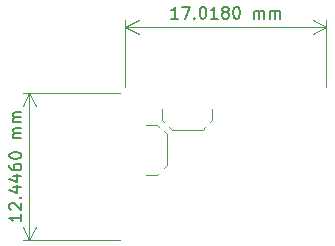
<source format=gbr>
%TF.GenerationSoftware,KiCad,Pcbnew,8.0.6*%
%TF.CreationDate,2025-03-31T15:58:56-05:00*%
%TF.ProjectId,hall-effect,68616c6c-2d65-4666-9665-63742e6b6963,rev?*%
%TF.SameCoordinates,Original*%
%TF.FileFunction,Legend,Top*%
%TF.FilePolarity,Positive*%
%FSLAX46Y46*%
G04 Gerber Fmt 4.6, Leading zero omitted, Abs format (unit mm)*
G04 Created by KiCad (PCBNEW 8.0.6) date 2025-03-31 15:58:56*
%MOMM*%
%LPD*%
G01*
G04 APERTURE LIST*
%ADD10C,0.150000*%
%ADD11C,0.050000*%
%ADD12C,0.120000*%
G04 APERTURE END LIST*
D10*
X148987381Y-65598819D02*
X148415953Y-65598819D01*
X148701667Y-65598819D02*
X148701667Y-64598819D01*
X148701667Y-64598819D02*
X148606429Y-64741676D01*
X148606429Y-64741676D02*
X148511191Y-64836914D01*
X148511191Y-64836914D02*
X148415953Y-64884533D01*
X149320715Y-64598819D02*
X149987381Y-64598819D01*
X149987381Y-64598819D02*
X149558810Y-65598819D01*
X150368334Y-65503580D02*
X150415953Y-65551200D01*
X150415953Y-65551200D02*
X150368334Y-65598819D01*
X150368334Y-65598819D02*
X150320715Y-65551200D01*
X150320715Y-65551200D02*
X150368334Y-65503580D01*
X150368334Y-65503580D02*
X150368334Y-65598819D01*
X151035000Y-64598819D02*
X151130238Y-64598819D01*
X151130238Y-64598819D02*
X151225476Y-64646438D01*
X151225476Y-64646438D02*
X151273095Y-64694057D01*
X151273095Y-64694057D02*
X151320714Y-64789295D01*
X151320714Y-64789295D02*
X151368333Y-64979771D01*
X151368333Y-64979771D02*
X151368333Y-65217866D01*
X151368333Y-65217866D02*
X151320714Y-65408342D01*
X151320714Y-65408342D02*
X151273095Y-65503580D01*
X151273095Y-65503580D02*
X151225476Y-65551200D01*
X151225476Y-65551200D02*
X151130238Y-65598819D01*
X151130238Y-65598819D02*
X151035000Y-65598819D01*
X151035000Y-65598819D02*
X150939762Y-65551200D01*
X150939762Y-65551200D02*
X150892143Y-65503580D01*
X150892143Y-65503580D02*
X150844524Y-65408342D01*
X150844524Y-65408342D02*
X150796905Y-65217866D01*
X150796905Y-65217866D02*
X150796905Y-64979771D01*
X150796905Y-64979771D02*
X150844524Y-64789295D01*
X150844524Y-64789295D02*
X150892143Y-64694057D01*
X150892143Y-64694057D02*
X150939762Y-64646438D01*
X150939762Y-64646438D02*
X151035000Y-64598819D01*
X152320714Y-65598819D02*
X151749286Y-65598819D01*
X152035000Y-65598819D02*
X152035000Y-64598819D01*
X152035000Y-64598819D02*
X151939762Y-64741676D01*
X151939762Y-64741676D02*
X151844524Y-64836914D01*
X151844524Y-64836914D02*
X151749286Y-64884533D01*
X152892143Y-65027390D02*
X152796905Y-64979771D01*
X152796905Y-64979771D02*
X152749286Y-64932152D01*
X152749286Y-64932152D02*
X152701667Y-64836914D01*
X152701667Y-64836914D02*
X152701667Y-64789295D01*
X152701667Y-64789295D02*
X152749286Y-64694057D01*
X152749286Y-64694057D02*
X152796905Y-64646438D01*
X152796905Y-64646438D02*
X152892143Y-64598819D01*
X152892143Y-64598819D02*
X153082619Y-64598819D01*
X153082619Y-64598819D02*
X153177857Y-64646438D01*
X153177857Y-64646438D02*
X153225476Y-64694057D01*
X153225476Y-64694057D02*
X153273095Y-64789295D01*
X153273095Y-64789295D02*
X153273095Y-64836914D01*
X153273095Y-64836914D02*
X153225476Y-64932152D01*
X153225476Y-64932152D02*
X153177857Y-64979771D01*
X153177857Y-64979771D02*
X153082619Y-65027390D01*
X153082619Y-65027390D02*
X152892143Y-65027390D01*
X152892143Y-65027390D02*
X152796905Y-65075009D01*
X152796905Y-65075009D02*
X152749286Y-65122628D01*
X152749286Y-65122628D02*
X152701667Y-65217866D01*
X152701667Y-65217866D02*
X152701667Y-65408342D01*
X152701667Y-65408342D02*
X152749286Y-65503580D01*
X152749286Y-65503580D02*
X152796905Y-65551200D01*
X152796905Y-65551200D02*
X152892143Y-65598819D01*
X152892143Y-65598819D02*
X153082619Y-65598819D01*
X153082619Y-65598819D02*
X153177857Y-65551200D01*
X153177857Y-65551200D02*
X153225476Y-65503580D01*
X153225476Y-65503580D02*
X153273095Y-65408342D01*
X153273095Y-65408342D02*
X153273095Y-65217866D01*
X153273095Y-65217866D02*
X153225476Y-65122628D01*
X153225476Y-65122628D02*
X153177857Y-65075009D01*
X153177857Y-65075009D02*
X153082619Y-65027390D01*
X153892143Y-64598819D02*
X153987381Y-64598819D01*
X153987381Y-64598819D02*
X154082619Y-64646438D01*
X154082619Y-64646438D02*
X154130238Y-64694057D01*
X154130238Y-64694057D02*
X154177857Y-64789295D01*
X154177857Y-64789295D02*
X154225476Y-64979771D01*
X154225476Y-64979771D02*
X154225476Y-65217866D01*
X154225476Y-65217866D02*
X154177857Y-65408342D01*
X154177857Y-65408342D02*
X154130238Y-65503580D01*
X154130238Y-65503580D02*
X154082619Y-65551200D01*
X154082619Y-65551200D02*
X153987381Y-65598819D01*
X153987381Y-65598819D02*
X153892143Y-65598819D01*
X153892143Y-65598819D02*
X153796905Y-65551200D01*
X153796905Y-65551200D02*
X153749286Y-65503580D01*
X153749286Y-65503580D02*
X153701667Y-65408342D01*
X153701667Y-65408342D02*
X153654048Y-65217866D01*
X153654048Y-65217866D02*
X153654048Y-64979771D01*
X153654048Y-64979771D02*
X153701667Y-64789295D01*
X153701667Y-64789295D02*
X153749286Y-64694057D01*
X153749286Y-64694057D02*
X153796905Y-64646438D01*
X153796905Y-64646438D02*
X153892143Y-64598819D01*
X155415953Y-65598819D02*
X155415953Y-64932152D01*
X155415953Y-65027390D02*
X155463572Y-64979771D01*
X155463572Y-64979771D02*
X155558810Y-64932152D01*
X155558810Y-64932152D02*
X155701667Y-64932152D01*
X155701667Y-64932152D02*
X155796905Y-64979771D01*
X155796905Y-64979771D02*
X155844524Y-65075009D01*
X155844524Y-65075009D02*
X155844524Y-65598819D01*
X155844524Y-65075009D02*
X155892143Y-64979771D01*
X155892143Y-64979771D02*
X155987381Y-64932152D01*
X155987381Y-64932152D02*
X156130238Y-64932152D01*
X156130238Y-64932152D02*
X156225477Y-64979771D01*
X156225477Y-64979771D02*
X156273096Y-65075009D01*
X156273096Y-65075009D02*
X156273096Y-65598819D01*
X156749286Y-65598819D02*
X156749286Y-64932152D01*
X156749286Y-65027390D02*
X156796905Y-64979771D01*
X156796905Y-64979771D02*
X156892143Y-64932152D01*
X156892143Y-64932152D02*
X157035000Y-64932152D01*
X157035000Y-64932152D02*
X157130238Y-64979771D01*
X157130238Y-64979771D02*
X157177857Y-65075009D01*
X157177857Y-65075009D02*
X157177857Y-65598819D01*
X157177857Y-65075009D02*
X157225476Y-64979771D01*
X157225476Y-64979771D02*
X157320714Y-64932152D01*
X157320714Y-64932152D02*
X157463571Y-64932152D01*
X157463571Y-64932152D02*
X157558810Y-64979771D01*
X157558810Y-64979771D02*
X157606429Y-65075009D01*
X157606429Y-65075009D02*
X157606429Y-65598819D01*
D11*
X144526000Y-71382000D02*
X144526000Y-65707580D01*
X161544000Y-71382000D02*
X161544000Y-65707580D01*
X144526000Y-66294000D02*
X161544000Y-66294000D01*
X144526000Y-66294000D02*
X161544000Y-66294000D01*
X144526000Y-66294000D02*
X145652504Y-65707579D01*
X144526000Y-66294000D02*
X145652504Y-66880421D01*
X161544000Y-66294000D02*
X160417496Y-66880421D01*
X161544000Y-66294000D02*
X160417496Y-65707579D01*
D10*
X135702819Y-82152618D02*
X135702819Y-82724046D01*
X135702819Y-82438332D02*
X134702819Y-82438332D01*
X134702819Y-82438332D02*
X134845676Y-82533570D01*
X134845676Y-82533570D02*
X134940914Y-82628808D01*
X134940914Y-82628808D02*
X134988533Y-82724046D01*
X134798057Y-81771665D02*
X134750438Y-81724046D01*
X134750438Y-81724046D02*
X134702819Y-81628808D01*
X134702819Y-81628808D02*
X134702819Y-81390713D01*
X134702819Y-81390713D02*
X134750438Y-81295475D01*
X134750438Y-81295475D02*
X134798057Y-81247856D01*
X134798057Y-81247856D02*
X134893295Y-81200237D01*
X134893295Y-81200237D02*
X134988533Y-81200237D01*
X134988533Y-81200237D02*
X135131390Y-81247856D01*
X135131390Y-81247856D02*
X135702819Y-81819284D01*
X135702819Y-81819284D02*
X135702819Y-81200237D01*
X135607580Y-80771665D02*
X135655200Y-80724046D01*
X135655200Y-80724046D02*
X135702819Y-80771665D01*
X135702819Y-80771665D02*
X135655200Y-80819284D01*
X135655200Y-80819284D02*
X135607580Y-80771665D01*
X135607580Y-80771665D02*
X135702819Y-80771665D01*
X135036152Y-79866904D02*
X135702819Y-79866904D01*
X134655200Y-80104999D02*
X135369485Y-80343094D01*
X135369485Y-80343094D02*
X135369485Y-79724047D01*
X135036152Y-78914523D02*
X135702819Y-78914523D01*
X134655200Y-79152618D02*
X135369485Y-79390713D01*
X135369485Y-79390713D02*
X135369485Y-78771666D01*
X134702819Y-77962142D02*
X134702819Y-78152618D01*
X134702819Y-78152618D02*
X134750438Y-78247856D01*
X134750438Y-78247856D02*
X134798057Y-78295475D01*
X134798057Y-78295475D02*
X134940914Y-78390713D01*
X134940914Y-78390713D02*
X135131390Y-78438332D01*
X135131390Y-78438332D02*
X135512342Y-78438332D01*
X135512342Y-78438332D02*
X135607580Y-78390713D01*
X135607580Y-78390713D02*
X135655200Y-78343094D01*
X135655200Y-78343094D02*
X135702819Y-78247856D01*
X135702819Y-78247856D02*
X135702819Y-78057380D01*
X135702819Y-78057380D02*
X135655200Y-77962142D01*
X135655200Y-77962142D02*
X135607580Y-77914523D01*
X135607580Y-77914523D02*
X135512342Y-77866904D01*
X135512342Y-77866904D02*
X135274247Y-77866904D01*
X135274247Y-77866904D02*
X135179009Y-77914523D01*
X135179009Y-77914523D02*
X135131390Y-77962142D01*
X135131390Y-77962142D02*
X135083771Y-78057380D01*
X135083771Y-78057380D02*
X135083771Y-78247856D01*
X135083771Y-78247856D02*
X135131390Y-78343094D01*
X135131390Y-78343094D02*
X135179009Y-78390713D01*
X135179009Y-78390713D02*
X135274247Y-78438332D01*
X134702819Y-77247856D02*
X134702819Y-77152618D01*
X134702819Y-77152618D02*
X134750438Y-77057380D01*
X134750438Y-77057380D02*
X134798057Y-77009761D01*
X134798057Y-77009761D02*
X134893295Y-76962142D01*
X134893295Y-76962142D02*
X135083771Y-76914523D01*
X135083771Y-76914523D02*
X135321866Y-76914523D01*
X135321866Y-76914523D02*
X135512342Y-76962142D01*
X135512342Y-76962142D02*
X135607580Y-77009761D01*
X135607580Y-77009761D02*
X135655200Y-77057380D01*
X135655200Y-77057380D02*
X135702819Y-77152618D01*
X135702819Y-77152618D02*
X135702819Y-77247856D01*
X135702819Y-77247856D02*
X135655200Y-77343094D01*
X135655200Y-77343094D02*
X135607580Y-77390713D01*
X135607580Y-77390713D02*
X135512342Y-77438332D01*
X135512342Y-77438332D02*
X135321866Y-77485951D01*
X135321866Y-77485951D02*
X135083771Y-77485951D01*
X135083771Y-77485951D02*
X134893295Y-77438332D01*
X134893295Y-77438332D02*
X134798057Y-77390713D01*
X134798057Y-77390713D02*
X134750438Y-77343094D01*
X134750438Y-77343094D02*
X134702819Y-77247856D01*
X135702819Y-75724046D02*
X135036152Y-75724046D01*
X135131390Y-75724046D02*
X135083771Y-75676427D01*
X135083771Y-75676427D02*
X135036152Y-75581189D01*
X135036152Y-75581189D02*
X135036152Y-75438332D01*
X135036152Y-75438332D02*
X135083771Y-75343094D01*
X135083771Y-75343094D02*
X135179009Y-75295475D01*
X135179009Y-75295475D02*
X135702819Y-75295475D01*
X135179009Y-75295475D02*
X135083771Y-75247856D01*
X135083771Y-75247856D02*
X135036152Y-75152618D01*
X135036152Y-75152618D02*
X135036152Y-75009761D01*
X135036152Y-75009761D02*
X135083771Y-74914522D01*
X135083771Y-74914522D02*
X135179009Y-74866903D01*
X135179009Y-74866903D02*
X135702819Y-74866903D01*
X135702819Y-74390713D02*
X135036152Y-74390713D01*
X135131390Y-74390713D02*
X135083771Y-74343094D01*
X135083771Y-74343094D02*
X135036152Y-74247856D01*
X135036152Y-74247856D02*
X135036152Y-74104999D01*
X135036152Y-74104999D02*
X135083771Y-74009761D01*
X135083771Y-74009761D02*
X135179009Y-73962142D01*
X135179009Y-73962142D02*
X135702819Y-73962142D01*
X135179009Y-73962142D02*
X135083771Y-73914523D01*
X135083771Y-73914523D02*
X135036152Y-73819285D01*
X135036152Y-73819285D02*
X135036152Y-73676428D01*
X135036152Y-73676428D02*
X135083771Y-73581189D01*
X135083771Y-73581189D02*
X135179009Y-73533570D01*
X135179009Y-73533570D02*
X135702819Y-73533570D01*
D11*
X144026000Y-71882000D02*
X135811580Y-71882000D01*
X144026000Y-84328000D02*
X135811580Y-84328000D01*
X136398000Y-71882000D02*
X136398000Y-84328000D01*
X136398000Y-71882000D02*
X136398000Y-84328000D01*
X136398000Y-71882000D02*
X136984421Y-73008504D01*
X136398000Y-71882000D02*
X135811579Y-73008504D01*
X136398000Y-84328000D02*
X135811579Y-83201496D01*
X136398000Y-84328000D02*
X136984421Y-83201496D01*
D12*
%TO.C,U1*%
X147603000Y-74214000D02*
X147603000Y-73264000D01*
X147753000Y-74364000D02*
X147603000Y-74214000D01*
X148453000Y-75014000D02*
X148203000Y-74764000D01*
X148453000Y-75014000D02*
X151053000Y-75014000D01*
X151053000Y-75014000D02*
X151303000Y-74764000D01*
X151703000Y-74364000D02*
X151853000Y-74214000D01*
X151853000Y-73264000D02*
X151853000Y-74214000D01*
%TO.C,U2*%
X146289000Y-74588000D02*
X147239000Y-74588000D01*
X147239000Y-78838000D02*
X146289000Y-78838000D01*
X147389000Y-74738000D02*
X147239000Y-74588000D01*
X147389000Y-78688000D02*
X147239000Y-78838000D01*
X148039000Y-75388000D02*
X147789000Y-75138000D01*
X148039000Y-77988000D02*
X147789000Y-78238000D01*
X148039000Y-77988000D02*
X148039000Y-75388000D01*
%TD*%
M02*

</source>
